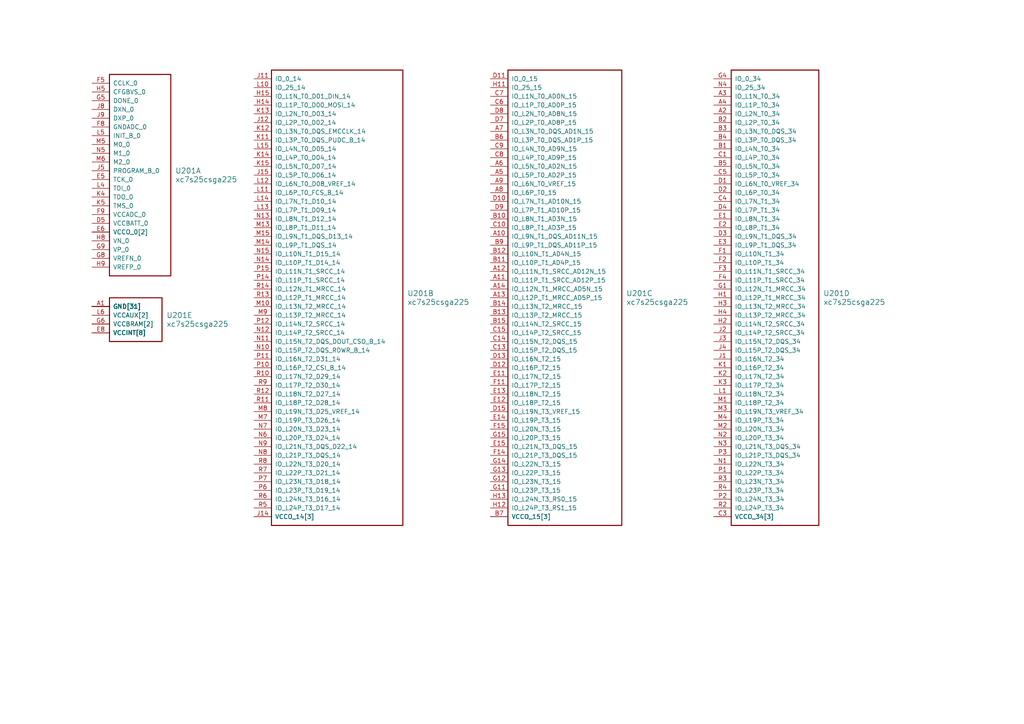
<source format=kicad_sch>
(kicad_sch (version 20230121) (generator eeschema)
  (paper "A4")
  (lib_symbols
    (symbol "xilinx7:xc7s25csga225" (pin_names (offset 1.016))
      (property "Reference" "U" (at 5.08 6.35 0))
      (property "Value" "xc7s25csga225" (at 5.08 3.81 0))
      (symbol "xc7s25csga225_1_1"
        (rectangle (start 5.08 2.54) (end 22.86 -55.88) (stroke (width 0.3048)))
        (pin power_in line (at 0 -40.64 0) (length 5.08) (name "VCCBATT_0") (number "D5"))
        (pin input line (at 0 -27.94 0) (length 5.08) (name "TCK_0") (number "E5"))
        (pin power_in line (at 0 -43.18 0) (length 5.08) (name "VCCO_0[2]") (number "E6"))
        (pin input line (at 0 0 0) (length 5.08) (name "CCLK_0") (number "F5"))
        (pin power_in line (at 0 -12.7 0) (length 5.08) (name "GNDADC_0") (number "F8"))
        (pin power_in line (at 0 -38.1 0) (length 5.08) (name "VCCADC_0") (number "F9"))
        (pin output line (at 0 -5.08 0) (length 5.08) (name "DONE_0") (number "G5"))
        (pin input line (at 0 -50.8 0) (length 5.08) (name "VREFN_0") (number "G8"))
        (pin input line (at 0 -48.26 0) (length 5.08) (name "VP_0") (number "G9"))
        (pin input line (at 0 -2.54 0) (length 5.08) (name "CFGBVS_0") (number "H5"))
        (pin input line (at 0 -45.72 0) (length 5.08) (name "VN_0") (number "H8"))
        (pin input line (at 0 -53.34 0) (length 5.08) (name "VREFP_0") (number "H9"))
        (pin input line (at 0 -25.4 0) (length 5.08) (name "PROGRAM_B_0") (number "J5"))
        (pin passive line (at 0 -7.62 0) (length 5.08) (name "DXN_0") (number "J8"))
        (pin passive line (at 0 -10.16 0) (length 5.08) (name "DXP_0") (number "J9"))
        (pin output line (at 0 -33.02 0) (length 5.08) (name "TDO_0") (number "K4"))
        (pin input line (at 0 -35.56 0) (length 5.08) (name "TMS_0") (number "K5"))
        (pin input line (at 0 -30.48 0) (length 5.08) (name "TDI_0") (number "L4"))
        (pin input line (at 0 -15.24 0) (length 5.08) (name "INIT_B_0") (number "L5"))
        (pin input line (at 0 -17.78 0) (length 5.08) (name "M0_0") (number "M5"))
        (pin input line (at 0 -22.86 0) (length 5.08) (name "M2_0") (number "M6"))
        (pin input line (at 0 -20.32 0) (length 5.08) (name "M1_0") (number "N5"))
        (pin power_in line (at 0 -43.18 0) (length 5.08) (name "VCCO_0[2]") (number "P5"))
      )
      (symbol "xc7s25csga225_2_1"
        (rectangle (start 5.08 2.54) (end 43.18 -129.54) (stroke (width 0.3048)))
        (pin bidirectional line (at 0 -7.62 0) (length 5.08) (name "IO_L1P_T0_D00_MOSI_14") (number "H14"))
        (pin bidirectional line (at 0 -5.08 0) (length 5.08) (name "IO_L1N_T0_D01_DIN_14") (number "H15"))
        (pin bidirectional line (at 0 0 0) (length 5.08) (name "IO_0_14") (number "J11"))
        (pin bidirectional line (at 0 -12.7 0) (length 5.08) (name "IO_L2P_T0_D02_14") (number "J12"))
        (pin power_in line (at 0 -127 0) (length 5.08) (name "VCCO_14[3]") (number "J14"))
        (pin bidirectional line (at 0 -27.94 0) (length 5.08) (name "IO_L5P_T0_D06_14") (number "J15"))
        (pin bidirectional line (at 0 -17.78 0) (length 5.08) (name "IO_L3P_T0_DQS_PUDC_B_14") (number "K11"))
        (pin bidirectional line (at 0 -15.24 0) (length 5.08) (name "IO_L3N_T0_DQS_EMCCLK_14") (number "K12"))
        (pin bidirectional line (at 0 -10.16 0) (length 5.08) (name "IO_L2N_T0_D03_14") (number "K13"))
        (pin bidirectional line (at 0 -22.86 0) (length 5.08) (name "IO_L4P_T0_D04_14") (number "K14"))
        (pin bidirectional line (at 0 -25.4 0) (length 5.08) (name "IO_L5N_T0_D07_14") (number "K15"))
        (pin bidirectional line (at 0 -2.54 0) (length 5.08) (name "IO_25_14") (number "L10"))
        (pin bidirectional line (at 0 -33.02 0) (length 5.08) (name "IO_L6P_T0_FCS_B_14") (number "L11"))
        (pin bidirectional line (at 0 -30.48 0) (length 5.08) (name "IO_L6N_T0_D08_VREF_14") (number "L12"))
        (pin bidirectional line (at 0 -38.1 0) (length 5.08) (name "IO_L7P_T1_D09_14") (number "L13"))
        (pin bidirectional line (at 0 -35.56 0) (length 5.08) (name "IO_L7N_T1_D10_14") (number "L14"))
        (pin bidirectional line (at 0 -20.32 0) (length 5.08) (name "IO_L4N_T0_D05_14") (number "L15"))
        (pin bidirectional line (at 0 -66.04 0) (length 5.08) (name "IO_L13N_T2_MRCC_14") (number "M10"))
        (pin power_in line (at 0 -127 0) (length 5.08) (name "VCCO_14[3]") (number "M12"))
        (pin bidirectional line (at 0 -43.18 0) (length 5.08) (name "IO_L8P_T1_D11_14") (number "M13"))
        (pin bidirectional line (at 0 -48.26 0) (length 5.08) (name "IO_L9P_T1_DQS_14") (number "M14"))
        (pin bidirectional line (at 0 -45.72 0) (length 5.08) (name "IO_L9N_T1_DQS_D13_14") (number "M15"))
        (pin bidirectional line (at 0 -99.06 0) (length 5.08) (name "IO_L19P_T3_D26_14") (number "M7"))
        (pin bidirectional line (at 0 -96.52 0) (length 5.08) (name "IO_L19N_T3_D25_VREF_14") (number "M8"))
        (pin bidirectional line (at 0 -68.58 0) (length 5.08) (name "IO_L13P_T2_MRCC_14") (number "M9"))
        (pin bidirectional line (at 0 -78.74 0) (length 5.08) (name "IO_L15P_T2_DQS_RDWR_B_14") (number "N10"))
        (pin bidirectional line (at 0 -76.2 0) (length 5.08) (name "IO_L15N_T2_DQS_DOUT_CSO_B_14") (number "N11"))
        (pin bidirectional line (at 0 -73.66 0) (length 5.08) (name "IO_L14P_T2_SRCC_14") (number "N12"))
        (pin bidirectional line (at 0 -40.64 0) (length 5.08) (name "IO_L8N_T1_D12_14") (number "N13"))
        (pin bidirectional line (at 0 -53.34 0) (length 5.08) (name "IO_L10P_T1_D14_14") (number "N14"))
        (pin bidirectional line (at 0 -50.8 0) (length 5.08) (name "IO_L10N_T1_D15_14") (number "N15"))
        (pin bidirectional line (at 0 -104.14 0) (length 5.08) (name "IO_L20P_T3_D24_14") (number "N6"))
        (pin bidirectional line (at 0 -101.6 0) (length 5.08) (name "IO_L20N_T3_D23_14") (number "N7"))
        (pin bidirectional line (at 0 -109.22 0) (length 5.08) (name "IO_L21P_T3_DQS_14") (number "N8"))
        (pin bidirectional line (at 0 -106.68 0) (length 5.08) (name "IO_L21N_T3_DQS_D22_14") (number "N9"))
        (pin bidirectional line (at 0 -83.82 0) (length 5.08) (name "IO_L16P_T2_CSI_B_14") (number "P10"))
        (pin bidirectional line (at 0 -81.28 0) (length 5.08) (name "IO_L16N_T2_D31_14") (number "P11"))
        (pin bidirectional line (at 0 -71.12 0) (length 5.08) (name "IO_L14N_T2_SRCC_14") (number "P12"))
        (pin bidirectional line (at 0 -58.42 0) (length 5.08) (name "IO_L11P_T1_SRCC_14") (number "P14"))
        (pin bidirectional line (at 0 -55.88 0) (length 5.08) (name "IO_L11N_T1_SRCC_14") (number "P15"))
        (pin bidirectional line (at 0 -119.38 0) (length 5.08) (name "IO_L23P_T3_D19_14") (number "P6"))
        (pin bidirectional line (at 0 -116.84 0) (length 5.08) (name "IO_L23N_T3_D18_14") (number "P7"))
        (pin power_in line (at 0 -127 0) (length 5.08) (name "VCCO_14[3]") (number "P9"))
        (pin bidirectional line (at 0 -86.36 0) (length 5.08) (name "IO_L17N_T2_D29_14") (number "R10"))
        (pin bidirectional line (at 0 -93.98 0) (length 5.08) (name "IO_L18P_T2_D28_14") (number "R11"))
        (pin bidirectional line (at 0 -91.44 0) (length 5.08) (name "IO_L18N_T2_D27_14") (number "R12"))
        (pin bidirectional line (at 0 -63.5 0) (length 5.08) (name "IO_L12P_T1_MRCC_14") (number "R13"))
        (pin bidirectional line (at 0 -60.96 0) (length 5.08) (name "IO_L12N_T1_MRCC_14") (number "R14"))
        (pin bidirectional line (at 0 -124.46 0) (length 5.08) (name "IO_L24P_T3_D17_14") (number "R5"))
        (pin bidirectional line (at 0 -121.92 0) (length 5.08) (name "IO_L24N_T3_D16_14") (number "R6"))
        (pin bidirectional line (at 0 -114.3 0) (length 5.08) (name "IO_L22P_T3_D21_14") (number "R7"))
        (pin bidirectional line (at 0 -111.76 0) (length 5.08) (name "IO_L22N_T3_D20_14") (number "R8"))
        (pin bidirectional line (at 0 -88.9 0) (length 5.08) (name "IO_L17P_T2_D30_14") (number "R9"))
      )
      (symbol "xc7s25csga225_3_1"
        (rectangle (start 5.08 2.54) (end 38.1 -129.54) (stroke (width 0.3048)))
        (pin bidirectional line (at 0 -45.72 0) (length 5.08) (name "IO_L9N_T1_DQS_AD11N_15") (number "A10"))
        (pin bidirectional line (at 0 -58.42 0) (length 5.08) (name "IO_L11P_T1_SRCC_AD12P_15") (number "A11"))
        (pin bidirectional line (at 0 -55.88 0) (length 5.08) (name "IO_L11N_T1_SRCC_AD12N_15") (number "A12"))
        (pin bidirectional line (at 0 -63.5 0) (length 5.08) (name "IO_L12P_T1_MRCC_AD5P_15") (number "A13"))
        (pin bidirectional line (at 0 -60.96 0) (length 5.08) (name "IO_L12N_T1_MRCC_AD5N_15") (number "A14"))
        (pin bidirectional line (at 0 -27.94 0) (length 5.08) (name "IO_L5P_T0_AD2P_15") (number "A5"))
        (pin bidirectional line (at 0 -25.4 0) (length 5.08) (name "IO_L5N_T0_AD2N_15") (number "A6"))
        (pin bidirectional line (at 0 -15.24 0) (length 5.08) (name "IO_L3N_T0_DQS_AD1N_15") (number "A7"))
        (pin bidirectional line (at 0 -33.02 0) (length 5.08) (name "IO_L6P_T0_15") (number "A8"))
        (pin bidirectional line (at 0 -30.48 0) (length 5.08) (name "IO_L6N_T0_VREF_15") (number "A9"))
        (pin bidirectional line (at 0 -40.64 0) (length 5.08) (name "IO_L8N_T1_AD3N_15") (number "B10"))
        (pin bidirectional line (at 0 -53.34 0) (length 5.08) (name "IO_L10P_T1_AD4P_15") (number "B11"))
        (pin bidirectional line (at 0 -50.8 0) (length 5.08) (name "IO_L10N_T1_AD4N_15") (number "B12"))
        (pin bidirectional line (at 0 -68.58 0) (length 5.08) (name "IO_L13P_T2_MRCC_15") (number "B13"))
        (pin bidirectional line (at 0 -66.04 0) (length 5.08) (name "IO_L13N_T2_MRCC_15") (number "B14"))
        (pin bidirectional line (at 0 -71.12 0) (length 5.08) (name "IO_L14N_T2_SRCC_15") (number "B15"))
        (pin bidirectional line (at 0 -17.78 0) (length 5.08) (name "IO_L3P_T0_DQS_AD1P_15") (number "B6"))
        (pin power_in line (at 0 -127 0) (length 5.08) (name "VCCO_15[3]") (number "B7"))
        (pin bidirectional line (at 0 -48.26 0) (length 5.08) (name "IO_L9P_T1_DQS_AD11P_15") (number "B9"))
        (pin bidirectional line (at 0 -43.18 0) (length 5.08) (name "IO_L8P_T1_AD3P_15") (number "C10"))
        (pin power_in line (at 0 -127 0) (length 5.08) (name "VCCO_15[3]") (number "C11"))
        (pin bidirectional line (at 0 -78.74 0) (length 5.08) (name "IO_L15P_T2_DQS_15") (number "C13"))
        (pin bidirectional line (at 0 -76.2 0) (length 5.08) (name "IO_L15N_T2_DQS_15") (number "C14"))
        (pin bidirectional line (at 0 -73.66 0) (length 5.08) (name "IO_L14P_T2_SRCC_15") (number "C15"))
        (pin bidirectional line (at 0 -7.62 0) (length 5.08) (name "IO_L1P_T0_AD0P_15") (number "C6"))
        (pin bidirectional line (at 0 -5.08 0) (length 5.08) (name "IO_L1N_T0_AD0N_15") (number "C7"))
        (pin bidirectional line (at 0 -22.86 0) (length 5.08) (name "IO_L4P_T0_AD9P_15") (number "C8"))
        (pin bidirectional line (at 0 -20.32 0) (length 5.08) (name "IO_L4N_T0_AD9N_15") (number "C9"))
        (pin bidirectional line (at 0 -35.56 0) (length 5.08) (name "IO_L7N_T1_AD10N_15") (number "D10"))
        (pin bidirectional line (at 0 0 0) (length 5.08) (name "IO_0_15") (number "D11"))
        (pin bidirectional line (at 0 -83.82 0) (length 5.08) (name "IO_L16P_T2_15") (number "D12"))
        (pin bidirectional line (at 0 -81.28 0) (length 5.08) (name "IO_L16N_T2_15") (number "D13"))
        (pin bidirectional line (at 0 -96.52 0) (length 5.08) (name "IO_L19N_T3_VREF_15") (number "D15"))
        (pin bidirectional line (at 0 -12.7 0) (length 5.08) (name "IO_L2P_T0_AD8P_15") (number "D7"))
        (pin bidirectional line (at 0 -10.16 0) (length 5.08) (name "IO_L2N_T0_AD8N_15") (number "D8"))
        (pin bidirectional line (at 0 -38.1 0) (length 5.08) (name "IO_L7P_T1_AD10P_15") (number "D9"))
        (pin bidirectional line (at 0 -86.36 0) (length 5.08) (name "IO_L17N_T2_15") (number "E11"))
        (pin bidirectional line (at 0 -93.98 0) (length 5.08) (name "IO_L18P_T2_15") (number "E12"))
        (pin bidirectional line (at 0 -91.44 0) (length 5.08) (name "IO_L18N_T2_15") (number "E13"))
        (pin bidirectional line (at 0 -99.06 0) (length 5.08) (name "IO_L19P_T3_15") (number "E14"))
        (pin bidirectional line (at 0 -106.68 0) (length 5.08) (name "IO_L21N_T3_DQS_15") (number "E15"))
        (pin bidirectional line (at 0 -88.9 0) (length 5.08) (name "IO_L17P_T2_15") (number "F11"))
        (pin power_in line (at 0 -127 0) (length 5.08) (name "VCCO_15[3]") (number "F12"))
        (pin bidirectional line (at 0 -109.22 0) (length 5.08) (name "IO_L21P_T3_DQS_15") (number "F14"))
        (pin bidirectional line (at 0 -101.6 0) (length 5.08) (name "IO_L20N_T3_15") (number "F15"))
        (pin bidirectional line (at 0 -119.38 0) (length 5.08) (name "IO_L23P_T3_15") (number "G11"))
        (pin bidirectional line (at 0 -116.84 0) (length 5.08) (name "IO_L23N_T3_15") (number "G12"))
        (pin bidirectional line (at 0 -114.3 0) (length 5.08) (name "IO_L22P_T3_15") (number "G13"))
        (pin bidirectional line (at 0 -111.76 0) (length 5.08) (name "IO_L22N_T3_15") (number "G14"))
        (pin bidirectional line (at 0 -104.14 0) (length 5.08) (name "IO_L20P_T3_15") (number "G15"))
        (pin bidirectional line (at 0 -2.54 0) (length 5.08) (name "IO_25_15") (number "H11"))
        (pin bidirectional line (at 0 -124.46 0) (length 5.08) (name "IO_L24P_T3_RS1_15") (number "H12"))
        (pin bidirectional line (at 0 -121.92 0) (length 5.08) (name "IO_L24N_T3_RS0_15") (number "H13"))
      )
      (symbol "xc7s25csga225_4_1"
        (rectangle (start 5.08 2.54) (end 30.48 -129.54) (stroke (width 0.3048)))
        (pin bidirectional line (at 0 -10.16 0) (length 5.08) (name "IO_L2N_T0_34") (number "A2"))
        (pin bidirectional line (at 0 -5.08 0) (length 5.08) (name "IO_L1N_T0_34") (number "A3"))
        (pin bidirectional line (at 0 -7.62 0) (length 5.08) (name "IO_L1P_T0_34") (number "A4"))
        (pin bidirectional line (at 0 -20.32 0) (length 5.08) (name "IO_L4N_T0_34") (number "B1"))
        (pin bidirectional line (at 0 -12.7 0) (length 5.08) (name "IO_L2P_T0_34") (number "B2"))
        (pin bidirectional line (at 0 -15.24 0) (length 5.08) (name "IO_L3N_T0_DQS_34") (number "B3"))
        (pin bidirectional line (at 0 -17.78 0) (length 5.08) (name "IO_L3P_T0_DQS_34") (number "B4"))
        (pin bidirectional line (at 0 -25.4 0) (length 5.08) (name "IO_L5N_T0_34") (number "B5"))
        (pin bidirectional line (at 0 -22.86 0) (length 5.08) (name "IO_L4P_T0_34") (number "C1"))
        (pin power_in line (at 0 -127 0) (length 5.08) (name "VCCO_34[3]") (number "C3"))
        (pin bidirectional line (at 0 -35.56 0) (length 5.08) (name "IO_L7N_T1_34") (number "C4"))
        (pin bidirectional line (at 0 -27.94 0) (length 5.08) (name "IO_L5P_T0_34") (number "C5"))
        (pin bidirectional line (at 0 -30.48 0) (length 5.08) (name "IO_L6N_T0_VREF_34") (number "D1"))
        (pin bidirectional line (at 0 -33.02 0) (length 5.08) (name "IO_L6P_T0_34") (number "D2"))
        (pin bidirectional line (at 0 -45.72 0) (length 5.08) (name "IO_L9N_T1_DQS_34") (number "D3"))
        (pin bidirectional line (at 0 -38.1 0) (length 5.08) (name "IO_L7P_T1_34") (number "D4"))
        (pin bidirectional line (at 0 -40.64 0) (length 5.08) (name "IO_L8N_T1_34") (number "E1"))
        (pin bidirectional line (at 0 -43.18 0) (length 5.08) (name "IO_L8P_T1_34") (number "E2"))
        (pin bidirectional line (at 0 -48.26 0) (length 5.08) (name "IO_L9P_T1_DQS_34") (number "E3"))
        (pin bidirectional line (at 0 -50.8 0) (length 5.08) (name "IO_L10N_T1_34") (number "F1"))
        (pin bidirectional line (at 0 -53.34 0) (length 5.08) (name "IO_L10P_T1_34") (number "F2"))
        (pin bidirectional line (at 0 -55.88 0) (length 5.08) (name "IO_L11N_T1_SRCC_34") (number "F3"))
        (pin bidirectional line (at 0 -58.42 0) (length 5.08) (name "IO_L11P_T1_SRCC_34") (number "F4"))
        (pin bidirectional line (at 0 -60.96 0) (length 5.08) (name "IO_L12N_T1_MRCC_34") (number "G1"))
        (pin power_in line (at 0 -127 0) (length 5.08) (name "VCCO_34[3]") (number "G2"))
        (pin bidirectional line (at 0 0 0) (length 5.08) (name "IO_0_34") (number "G4"))
        (pin bidirectional line (at 0 -63.5 0) (length 5.08) (name "IO_L12P_T1_MRCC_34") (number "H1"))
        (pin bidirectional line (at 0 -71.12 0) (length 5.08) (name "IO_L14N_T2_SRCC_34") (number "H2"))
        (pin bidirectional line (at 0 -66.04 0) (length 5.08) (name "IO_L13N_T2_MRCC_34") (number "H3"))
        (pin bidirectional line (at 0 -68.58 0) (length 5.08) (name "IO_L13P_T2_MRCC_34") (number "H4"))
        (pin bidirectional line (at 0 -81.28 0) (length 5.08) (name "IO_L16N_T2_34") (number "J1"))
        (pin bidirectional line (at 0 -73.66 0) (length 5.08) (name "IO_L14P_T2_SRCC_34") (number "J2"))
        (pin bidirectional line (at 0 -76.2 0) (length 5.08) (name "IO_L15N_T2_DQS_34") (number "J3"))
        (pin bidirectional line (at 0 -78.74 0) (length 5.08) (name "IO_L15P_T2_DQS_34") (number "J4"))
        (pin bidirectional line (at 0 -83.82 0) (length 5.08) (name "IO_L16P_T2_34") (number "K1"))
        (pin bidirectional line (at 0 -86.36 0) (length 5.08) (name "IO_L17N_T2_34") (number "K2"))
        (pin bidirectional line (at 0 -88.9 0) (length 5.08) (name "IO_L17P_T2_34") (number "K3"))
        (pin bidirectional line (at 0 -91.44 0) (length 5.08) (name "IO_L18N_T2_34") (number "L1"))
        (pin power_in line (at 0 -127 0) (length 5.08) (name "VCCO_34[3]") (number "L3"))
        (pin bidirectional line (at 0 -93.98 0) (length 5.08) (name "IO_L18P_T2_34") (number "M1"))
        (pin bidirectional line (at 0 -101.6 0) (length 5.08) (name "IO_L20N_T3_34") (number "M2"))
        (pin bidirectional line (at 0 -96.52 0) (length 5.08) (name "IO_L19N_T3_VREF_34") (number "M3"))
        (pin bidirectional line (at 0 -99.06 0) (length 5.08) (name "IO_L19P_T3_34") (number "M4"))
        (pin bidirectional line (at 0 -111.76 0) (length 5.08) (name "IO_L22N_T3_34") (number "N1"))
        (pin bidirectional line (at 0 -104.14 0) (length 5.08) (name "IO_L20P_T3_34") (number "N2"))
        (pin bidirectional line (at 0 -106.68 0) (length 5.08) (name "IO_L21N_T3_DQS_34") (number "N3"))
        (pin bidirectional line (at 0 -2.54 0) (length 5.08) (name "IO_25_34") (number "N4"))
        (pin bidirectional line (at 0 -114.3 0) (length 5.08) (name "IO_L22P_T3_34") (number "P1"))
        (pin bidirectional line (at 0 -121.92 0) (length 5.08) (name "IO_L24N_T3_34") (number "P2"))
        (pin bidirectional line (at 0 -109.22 0) (length 5.08) (name "IO_L21P_T3_DQS_34") (number "P3"))
        (pin bidirectional line (at 0 -124.46 0) (length 5.08) (name "IO_L24P_T3_34") (number "R2"))
        (pin bidirectional line (at 0 -116.84 0) (length 5.08) (name "IO_L23N_T3_34") (number "R3"))
        (pin bidirectional line (at 0 -119.38 0) (length 5.08) (name "IO_L23P_T3_34") (number "R4"))
      )
      (symbol "xc7s25csga225_5_1"
        (rectangle (start 5.08 2.54) (end 20.32 -10.16) (stroke (width 0.3048)))
        (pin power_in line (at 0 0 0) (length 5.08) (name "GND[31]") (number "A1"))
        (pin power_in line (at 0 0 0) (length 5.08) (name "GND[31]") (number "A15"))
        (pin power_in line (at 0 0 0) (length 5.08) (name "GND[31]") (number "B8"))
        (pin power_in line (at 0 0 0) (length 5.08) (name "GND[31]") (number "C12"))
        (pin power_in line (at 0 0 0) (length 5.08) (name "GND[31]") (number "C2"))
        (pin power_in line (at 0 0 0) (length 5.08) (name "GND[31]") (number "D14"))
        (pin power_in line (at 0 0 0) (length 5.08) (name "GND[31]") (number "D6"))
        (pin power_in line (at 0 -7.62 0) (length 5.08) (name "VCCINT[8]") (number "E10"))
        (pin power_in line (at 0 0 0) (length 5.08) (name "GND[31]") (number "E4"))
        (pin power_in line (at 0 0 0) (length 5.08) (name "GND[31]") (number "E7"))
        (pin power_in line (at 0 -7.62 0) (length 5.08) (name "VCCINT[8]") (number "E8"))
        (pin power_in line (at 0 0 0) (length 5.08) (name "GND[31]") (number "E9"))
        (pin power_in line (at 0 0 0) (length 5.08) (name "GND[31]") (number "F10"))
        (pin power_in line (at 0 0 0) (length 5.08) (name "GND[31]") (number "F13"))
        (pin power_in line (at 0 0 0) (length 5.08) (name "GND[31]") (number "F6"))
        (pin power_in line (at 0 -7.62 0) (length 5.08) (name "VCCINT[8]") (number "F7"))
        (pin power_in line (at 0 -7.62 0) (length 5.08) (name "VCCINT[8]") (number "G10"))
        (pin power_in line (at 0 0 0) (length 5.08) (name "GND[31]") (number "G3"))
        (pin power_in line (at 0 -5.08 0) (length 5.08) (name "VCCBRAM[2]") (number "G6"))
        (pin power_in line (at 0 0 0) (length 5.08) (name "GND[31]") (number "G7"))
        (pin power_in line (at 0 0 0) (length 5.08) (name "GND[31]") (number "H10"))
        (pin power_in line (at 0 0 0) (length 5.08) (name "GND[31]") (number "H6"))
        (pin power_in line (at 0 -7.62 0) (length 5.08) (name "VCCINT[8]") (number "H7"))
        (pin power_in line (at 0 -7.62 0) (length 5.08) (name "VCCINT[8]") (number "J10"))
        (pin power_in line (at 0 0 0) (length 5.08) (name "GND[31]") (number "J13"))
        (pin power_in line (at 0 -5.08 0) (length 5.08) (name "VCCBRAM[2]") (number "J6"))
        (pin power_in line (at 0 0 0) (length 5.08) (name "GND[31]") (number "J7"))
        (pin power_in line (at 0 0 0) (length 5.08) (name "GND[31]") (number "K10"))
        (pin power_in line (at 0 0 0) (length 5.08) (name "GND[31]") (number "K6"))
        (pin power_in line (at 0 -7.62 0) (length 5.08) (name "VCCINT[8]") (number "K7"))
        (pin power_in line (at 0 0 0) (length 5.08) (name "GND[31]") (number "K8"))
        (pin power_in line (at 0 -7.62 0) (length 5.08) (name "VCCINT[8]") (number "K9"))
        (pin power_in line (at 0 0 0) (length 5.08) (name "GND[31]") (number "L2"))
        (pin power_in line (at 0 -2.54 0) (length 5.08) (name "VCCAUX[2]") (number "L6"))
        (pin power_in line (at 0 0 0) (length 5.08) (name "GND[31]") (number "L7"))
        (pin power_in line (at 0 -2.54 0) (length 5.08) (name "VCCAUX[2]") (number "L8"))
        (pin power_in line (at 0 0 0) (length 5.08) (name "GND[31]") (number "L9"))
        (pin power_in line (at 0 0 0) (length 5.08) (name "GND[31]") (number "M11"))
        (pin power_in line (at 0 0 0) (length 5.08) (name "GND[31]") (number "P13"))
        (pin power_in line (at 0 0 0) (length 5.08) (name "GND[31]") (number "P4"))
        (pin power_in line (at 0 0 0) (length 5.08) (name "GND[31]") (number "P8"))
        (pin power_in line (at 0 0 0) (length 5.08) (name "GND[31]") (number "R1"))
        (pin power_in line (at 0 0 0) (length 5.08) (name "GND[31]") (number "R15"))
      )
    )
  )
  (symbol (lib_id "xilinx7:xc7s25csga225") (at 26.67 24.13 0) (unit 1)
    (property "Reference" "U201" (at 50.8 49.53 0) (effects (font (size 1.524 1.524)) (justify left)))
    (property "Value" "xc7s25csga225" (at 50.8 52.07 0) (effects (font (size 1.524 1.524)) (justify left)))
    (property "Footprint" "Package_BGA:Xilinx_CSGA225" (effects hide))
    (property "desc" "xc7s25csga225" (effects hide))
  )
  (symbol (lib_id "xilinx7:xc7s25csga225") (at 207.01 22.86 0) (unit 4)
    (property "Reference" "U201" (at 238.76 85.09 0) (effects (font (size 1.524 1.524)) (justify left)))
    (property "Value" "xc7s25csga225" (at 238.76 87.63 0) (effects (font (size 1.524 1.524)) (justify left)))
    (property "Footprint" "Package_BGA:Xilinx_CSGA225" (effects hide))
    (property "desc" "xc7s25csga225" (effects hide))
  )
  (symbol (lib_id "xilinx7:xc7s25csga225") (at 26.67 88.9 0) (unit 5)
    (property "Reference" "U201" (at 48.26 91.44 0) (effects (font (size 1.524 1.524)) (justify left)))
    (property "Value" "xc7s25csga225" (at 48.26 93.98 0) (effects (font (size 1.524 1.524)) (justify left)))
    (property "Footprint" "Package_BGA:Xilinx_CSGA225" (effects hide))
    (property "desc" "xc7s25csga225" (effects hide))
  )
  (symbol (lib_id "xilinx7:xc7s25csga225") (at 142.24 22.86 0) (unit 3)
    (property "Reference" "U201" (at 181.61 85.09 0) (effects (font (size 1.524 1.524)) (justify left)))
    (property "Value" "xc7s25csga225" (at 181.61 87.63 0) (effects (font (size 1.524 1.524)) (justify left)))
    (property "Footprint" "Package_BGA:Xilinx_CSGA225" (effects hide))
    (property "desc" "xc7s25csga225" (effects hide))
  )
  (symbol (lib_id "xilinx7:xc7s25csga225") (at 73.66 22.86 0) (unit 2)
    (property "Reference" "U201" (at 118.11 85.09 0) (effects (font (size 1.524 1.524)) (justify left)))
    (property "Value" "xc7s25csga225" (at 118.11 87.63 0) (effects (font (size 1.524 1.524)) (justify left)))
    (property "Footprint" "Package_BGA:Xilinx_CSGA225" (effects hide))
    (property "desc" "xc7s25csga225" (effects hide))
  )
)
</source>
